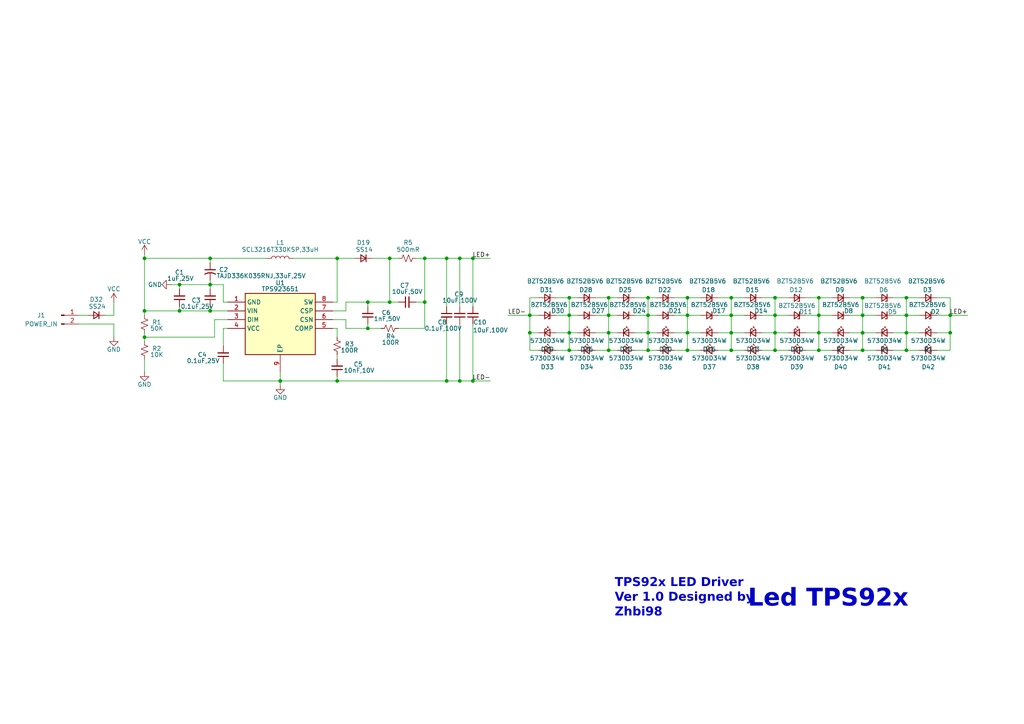
<source format=kicad_sch>
(kicad_sch (version 20250114) (generator "eeschema") (generator_version "9.0")
  (paper "A4")
  (lib_symbols
    (symbol "3rd_Driver_LED:TPS923651"
      (property "Reference" "U" (at -4.826 11.176 0))
      (property "Value" "TPS923651" (at -0.254 9.398 0))
      (symbol "TPS923651_1_1"
        (rectangle (start -10.16 7.62) (end 10.16 -10.16) (stroke (width 0.254)) (fill (type background)))
        (pin power_in line (at -15.24 5.08 0) (length 5.08) (name "GND") (number "1"))
        (pin power_in line (at -15.24 2.54 0) (length 5.08) (name "VIN") (number "2"))
        (pin passive line (at -15.24 0 0) (length 5.08) (name "DIM") (number "3"))
        (pin power_out line (at -15.24 -2.54 0) (length 5.08) (name "VCC") (number "4"))
        (pin passive line (at 0 -15.24 90) (length 5.08) (name "EP") (number "9"))
        (pin passive line (at 15.24 5.08 180) (length 5.08) (name "SW") (number "8"))
        (pin passive line (at 15.24 2.54 180) (length 5.08) (name "CSP") (number "7"))
        (pin passive line (at 15.24 0 180) (length 5.08) (name "CSN") (number "6"))
        (pin passive line (at 15.24 -2.54 180) (length 5.08) (name "COMP") (number "5"))
      )
    )
    (symbol "Connector:Conn_01x02_Pin" (pin_names (offset 1.016) (hide yes))
      (property "Reference" "J" (at 0 2.54 0))
      (property "Value" "Conn_01x02_Pin" (at 0 -5.08 0))
      (symbol "Conn_01x02_Pin_1_1"
        (rectangle (start 0.8636 0.127) (end 0 -0.127) (stroke (width 0.1524)) (fill (type outline)))
        (rectangle (start 0.8636 -2.413) (end 0 -2.667) (stroke (width 0.1524)) (fill (type outline)))
        (polyline (pts (xy 1.27 0) (xy 0.8636 0)) (stroke (width 0.1524)))
        (polyline (pts (xy 1.27 -2.54) (xy 0.8636 -2.54)) (stroke (width 0.1524)))
        (pin passive line (at 5.08 0 180) (length 3.81) (name "Pin_1") (number "1"))
        (pin passive line (at 5.08 -2.54 180) (length 3.81) (name "Pin_2") (number "2"))
      )
    )
    (symbol "Device:C_Small" (pin_numbers (hide yes)) (pin_names (offset 0.254) (hide yes))
      (property "Reference" "C" (at 0.254 1.778 0))
      (property "Value" "C_Small" (at 0.254 -2.032 0))
      (symbol "C_Small_0_1"
        (polyline (pts (xy -1.524 0.508) (xy 1.524 0.508)) (stroke (width 0.3048)))
        (polyline (pts (xy -1.524 -0.508) (xy 1.524 -0.508)) (stroke (width 0.3302)))
      )
      (symbol "C_Small_1_1"
        (pin passive line (at 0 2.54 270) (length 2.032) (name "~") (number "1"))
        (pin passive line (at 0 -2.54 90) (length 2.032) (name "~") (number "2"))
      )
    )
    (symbol "Device:C_Small_US" (pin_numbers (hide yes)) (pin_names (offset 0.254) (hide yes))
      (property "Reference" "C" (at 0.254 1.778 0))
      (property "Value" "C_Small_US" (at 0.254 -2.032 0))
      (symbol "C_Small_US_0_1"
        (polyline (pts (xy -1.524 0.508) (xy 1.524 0.508)) (stroke (width 0.3048)))
        (arc (start -1.524 -0.762) (mid 0 -0.3734) (end 1.524 -0.762) (stroke (width 0.3048)))
      )
      (symbol "C_Small_US_1_1"
        (pin passive line (at 0 2.54 270) (length 2.032) (name "~") (number "1"))
        (pin passive line (at 0 -2.54 90) (length 2.032) (name "~") (number "2"))
      )
    )
    (symbol "Device:D_Small" (pin_numbers (hide yes)) (pin_names (offset 0.254) (hide yes))
      (property "Reference" "D" (at -1.27 2.032 0))
      (property "Value" "D_Small" (at -3.81 -2.032 0))
      (symbol "D_Small_0_1"
        (polyline (pts (xy -0.762 0) (xy 0.762 0)))
        (polyline (pts (xy -0.762 -1.016) (xy -0.762 1.016)) (stroke (width 0.254)))
        (polyline (pts (xy 0.762 -1.016) (xy -0.762 0) (xy 0.762 1.016) (xy 0.762 -1.016)) (stroke (width 0.254)))
      )
      (symbol "D_Small_1_1"
        (pin passive line (at -2.54 0 0) (length 1.778) (name "K") (number "1"))
        (pin passive line (at 2.54 0 180) (length 1.778) (name "A") (number "2"))
      )
    )
    (symbol "Device:D_Zener_Small" (pin_numbers (hide yes)) (pin_names (offset 0.254) (hide yes))
      (property "Reference" "D" (at 0 2.286 0))
      (property "Value" "D_Zener_Small" (at 0 -2.286 0))
      (symbol "D_Zener_Small_0_1"
        (polyline (pts (xy -0.254 1.016) (xy -0.762 1.016) (xy -0.762 -1.016)) (stroke (width 0.254)))
        (polyline (pts (xy 0.762 1.016) (xy -0.762 0) (xy 0.762 -1.016) (xy 0.762 1.016)) (stroke (width 0.254)))
        (polyline (pts (xy 0.762 0) (xy -0.762 0)))
      )
      (symbol "D_Zener_Small_1_1"
        (pin passive line (at -2.54 0 0) (length 1.778) (name "K") (number "1"))
        (pin passive line (at 2.54 0 180) (length 1.778) (name "A") (number "2"))
      )
    )
    (symbol "Device:L" (pin_numbers (hide yes)) (pin_names (offset 1.016) (hide yes))
      (property "Reference" "L" (at -1.27 0 90))
      (property "Value" "L" (at 1.905 0 90))
      (symbol "L_0_1"
        (arc (start 0 2.54) (mid 0.6323 1.905) (end 0 1.27))
        (arc (start 0 1.27) (mid 0.6323 0.635) (end 0 0))
        (arc (start 0 0) (mid 0.6323 -0.635) (end 0 -1.27))
        (arc (start 0 -1.27) (mid 0.6323 -1.905) (end 0 -2.54))
      )
      (symbol "L_1_1"
        (pin passive line (at 0 3.81 270) (length 1.27) (name "1") (number "1"))
        (pin passive line (at 0 -3.81 90) (length 1.27) (name "2") (number "2"))
      )
    )
    (symbol "Device:LED_Small" (pin_numbers (hide yes)) (pin_names (offset 0.254) (hide yes))
      (property "Reference" "D" (at -1.27 3.175 0))
      (property "Value" "LED_Small" (at -4.445 -2.54 0))
      (symbol "LED_Small_0_1"
        (polyline (pts (xy -0.762 -1.016) (xy -0.762 1.016)) (stroke (width 0.254)))
        (polyline (pts (xy 0 0.762) (xy -0.508 1.27) (xy -0.254 1.27) (xy -0.508 1.27) (xy -0.508 1.016)))
        (polyline (pts (xy 0.508 1.27) (xy 0 1.778) (xy 0.254 1.778) (xy 0 1.778) (xy 0 1.524)))
        (polyline (pts (xy 0.762 -1.016) (xy -0.762 0) (xy 0.762 1.016) (xy 0.762 -1.016)) (stroke (width 0.254)))
        (polyline (pts (xy 1.016 0) (xy -0.762 0)))
      )
      (symbol "LED_Small_1_1"
        (pin passive line (at -2.54 0 0) (length 1.778) (name "K") (number "1"))
        (pin passive line (at 2.54 0 180) (length 1.778) (name "A") (number "2"))
      )
    )
    (symbol "Device:R_Small_US" (pin_numbers (hide yes)) (pin_names (offset 0.254) (hide yes))
      (property "Reference" "R" (at 0.762 0.508 0))
      (property "Value" "R_Small_US" (at 0.762 -1.016 0))
      (symbol "R_Small_US_1_1"
        (polyline (pts (xy 0 1.524) (xy 1.016 1.143) (xy 0 0.762) (xy -1.016 0.381) (xy 0 0)))
        (polyline (pts (xy 0 0) (xy 1.016 -0.381) (xy 0 -0.762) (xy -1.016 -1.143) (xy 0 -1.524)))
        (pin passive line (at 0 2.54 270) (length 1.016) (name "~") (number "1"))
        (pin passive line (at 0 -2.54 90) (length 1.016) (name "~") (number "2"))
      )
    )
    (symbol "power:GND" (power) (pin_numbers (hide yes)) (pin_names (offset 0) (hide yes))
      (property "Value" "GND" (at 0 -3.81 0))
      (symbol "GND_0_1"
        (polyline (pts (xy 0 0) (xy 0 -1.27) (xy 1.27 -1.27) (xy 0 -2.54) (xy -1.27 -1.27) (xy 0 -1.27)))
      )
      (symbol "GND_1_1"
        (pin power_in line (at 0 0 270) (length 0) (name "~") (number "1"))
      )
    )
    (symbol "power:VCC" (power) (pin_numbers (hide yes)) (pin_names (offset 0) (hide yes))
      (property "Value" "VCC" (at 0 3.556 0))
      (symbol "VCC_0_1"
        (polyline (pts (xy -0.762 1.27) (xy 0 2.54)))
        (polyline (pts (xy 0 2.54) (xy 0.762 1.27)))
        (polyline (pts (xy 0 0) (xy 0 2.54)))
      )
      (symbol "VCC_1_1"
        (pin power_in line (at 0 0 90) (length 0) (name "~") (number "1"))
      )
    )
  )
  (text "TPS92x LED Driver\nVer 1.0 Designed by\nZhbi98" (at 178.308 179.832 0) (effects (font (size 2.54 2.54) (bold yes) (italic yes)) (justify left bottom)))
  (text "Led TPS92x" (at 216.916 178.054 0) (effects (font (size 5.08 5.08) (thickness 0.508) (bold yes) (italic yes)) (justify left bottom)))
  (junction (at 113.03 87.63))
  (junction (at 60.96 82.55))
  (junction (at 199.39 86.36))
  (junction (at 97.79 74.93))
  (junction (at 262.89 96.52))
  (junction (at 250.19 86.36))
  (junction (at 187.96 96.52))
  (junction (at 262.89 101.6))
  (junction (at 41.91 97.79))
  (junction (at 212.09 101.6))
  (junction (at 137.16 74.93))
  (junction (at 212.09 91.44))
  (junction (at 237.49 96.52))
  (junction (at 176.53 91.44))
  (junction (at 224.79 96.52))
  (junction (at 199.39 96.52))
  (junction (at 52.07 82.55))
  (junction (at 187.96 101.6))
  (junction (at 106.68 95.25))
  (junction (at 237.49 101.6))
  (junction (at 176.53 96.52))
  (junction (at 153.67 96.52))
  (junction (at 224.79 86.36))
  (junction (at 176.53 86.36))
  (junction (at 237.49 91.44))
  (junction (at 165.1 96.52))
  (junction (at 187.96 91.44))
  (junction (at 176.53 101.6))
  (junction (at 165.1 91.44))
  (junction (at 250.19 96.52))
  (junction (at 41.91 74.93))
  (junction (at 129.54 74.93))
  (junction (at 165.1 101.6))
  (junction (at 153.67 91.44))
  (junction (at 199.39 91.44))
  (junction (at 237.49 86.36))
  (junction (at 60.96 74.93))
  (junction (at 275.59 91.44))
  (junction (at 52.07 90.17))
  (junction (at 60.96 90.17))
  (junction (at 224.79 101.6))
  (junction (at 262.89 86.36))
  (junction (at 224.79 91.44))
  (junction (at 187.96 86.36))
  (junction (at 97.79 110.49))
  (junction (at 113.03 74.93))
  (junction (at 212.09 96.52))
  (junction (at 123.19 87.63))
  (junction (at 199.39 101.6))
  (junction (at 262.89 91.44))
  (junction (at 212.09 86.36))
  (junction (at 133.35 74.93))
  (junction (at 129.54 110.49))
  (junction (at 275.59 96.52))
  (junction (at 41.91 90.17))
  (junction (at 250.19 91.44))
  (junction (at 165.1 86.36))
  (junction (at 133.35 110.49))
  (junction (at 250.19 101.6))
  (junction (at 81.28 110.49))
  (junction (at 123.19 74.93))
  (junction (at 137.16 110.49))
  (junction (at 106.68 87.63))
  (wire (pts (xy 241.3 86.36) (xy 237.49 86.36)))
  (wire (pts (xy 165.1 101.6) (xy 161.29 101.6)))
  (wire (pts (xy 215.9 101.6) (xy 212.09 101.6)))
  (wire (pts (xy 41.91 97.79) (xy 41.91 99.06)))
  (wire (pts (xy 60.96 90.17) (xy 52.07 90.17)))
  (wire (pts (xy 60.96 74.93) (xy 77.47 74.93)))
  (wire (pts (xy 106.68 95.25) (xy 110.49 95.25)))
  (wire (pts (xy 97.79 74.93) (xy 85.09 74.93)))
  (wire (pts (xy 165.1 91.44) (xy 165.1 86.36)))
  (wire (pts (xy 133.35 110.49) (xy 137.16 110.49)))
  (wire (pts (xy 33.02 91.44) (xy 33.02 87.63)))
  (wire (pts (xy 212.09 96.52) (xy 212.09 91.44)))
  (wire (pts (xy 262.89 86.36) (xy 259.08 86.36)))
  (wire (pts (xy 254 96.52) (xy 250.19 96.52)))
  (wire (pts (xy 190.5 101.6) (xy 187.96 101.6)))
  (wire (pts (xy 199.39 101.6) (xy 195.58 101.6)))
  (wire (pts (xy 187.96 86.36) (xy 184.15 86.36)))
  (wire (pts (xy 153.67 91.44) (xy 147.32 91.44)))
  (wire (pts (xy 187.96 96.52) (xy 184.15 96.52)))
  (wire (pts (xy 97.79 110.49) (xy 129.54 110.49)))
  (wire (pts (xy 129.54 110.49) (xy 133.35 110.49)))
  (wire (pts (xy 49.53 82.55) (xy 52.07 82.55)))
  (wire (pts (xy 224.79 96.52) (xy 220.98 96.52)))
  (wire (pts (xy 199.39 101.6) (xy 199.39 96.52)))
  (wire (pts (xy 96.52 87.63) (xy 97.79 87.63)))
  (wire (pts (xy 41.91 74.93) (xy 60.96 74.93)))
  (wire (pts (xy 137.16 74.93) (xy 137.16 88.9)))
  (wire (pts (xy 64.77 95.25) (xy 66.04 95.25)))
  (wire (pts (xy 262.89 96.52) (xy 262.89 91.44)))
  (wire (pts (xy 41.91 90.17) (xy 52.07 90.17)))
  (wire (pts (xy 137.16 93.98) (xy 137.16 110.49)))
  (wire (pts (xy 203.2 86.36) (xy 199.39 86.36)))
  (wire (pts (xy 203.2 101.6) (xy 199.39 101.6)))
  (wire (pts (xy 212.09 86.36) (xy 208.28 86.36)))
  (wire (pts (xy 241.3 101.6) (xy 237.49 101.6)))
  (wire (pts (xy 250.19 91.44) (xy 250.19 86.36)))
  (wire (pts (xy 120.65 74.93) (xy 123.19 74.93)))
  (wire (pts (xy 275.59 96.52) (xy 275.59 91.44)))
  (wire (pts (xy 123.19 87.63) (xy 123.19 95.25)))
  (wire (pts (xy 33.02 93.98) (xy 33.02 97.79)))
  (wire (pts (xy 60.96 82.55) (xy 60.96 83.82)))
  (wire (pts (xy 254 101.6) (xy 250.19 101.6)))
  (wire (pts (xy 262.89 91.44) (xy 262.89 86.36)))
  (wire (pts (xy 190.5 86.36) (xy 187.96 86.36)))
  (wire (pts (xy 199.39 86.36) (xy 195.58 86.36)))
  (wire (pts (xy 275.59 96.52) (xy 271.78 96.52)))
  (wire (pts (xy 97.79 74.93) (xy 97.79 87.63)))
  (wire (pts (xy 212.09 101.6) (xy 208.28 101.6)))
  (wire (pts (xy 212.09 91.44) (xy 212.09 86.36)))
  (wire (pts (xy 237.49 96.52) (xy 233.68 96.52)))
  (wire (pts (xy 165.1 96.52) (xy 161.29 96.52)))
  (wire (pts (xy 254 86.36) (xy 250.19 86.36)))
  (wire (pts (xy 153.67 96.52) (xy 153.67 101.6)))
  (wire (pts (xy 224.79 91.44) (xy 224.79 86.36)))
  (wire (pts (xy 228.6 86.36) (xy 224.79 86.36)))
  (wire (pts (xy 187.96 96.52) (xy 187.96 91.44)))
  (wire (pts (xy 129.54 74.93) (xy 133.35 74.93)))
  (wire (pts (xy 266.7 101.6) (xy 262.89 101.6)))
  (wire (pts (xy 275.59 91.44) (xy 275.59 86.36)))
  (wire (pts (xy 64.77 100.33) (xy 64.77 95.25)))
  (wire (pts (xy 81.28 110.49) (xy 81.28 111.76)))
  (wire (pts (xy 187.96 101.6) (xy 187.96 96.52)))
  (wire (pts (xy 212.09 91.44) (xy 208.28 91.44)))
  (wire (pts (xy 106.68 93.98) (xy 106.68 95.25)))
  (wire (pts (xy 81.28 107.95) (xy 81.28 110.49)))
  (wire (pts (xy 176.53 96.52) (xy 172.72 96.52)))
  (wire (pts (xy 237.49 101.6) (xy 233.68 101.6)))
  (wire (pts (xy 165.1 96.52) (xy 165.1 91.44)))
  (wire (pts (xy 115.57 95.25) (xy 123.19 95.25)))
  (wire (pts (xy 165.1 91.44) (xy 161.29 91.44)))
  (wire (pts (xy 153.67 91.44) (xy 156.21 91.44)))
  (wire (pts (xy 212.09 96.52) (xy 208.28 96.52)))
  (wire (pts (xy 96.52 95.25) (xy 97.79 95.25)))
  (wire (pts (xy 250.19 96.52) (xy 250.19 91.44)))
  (wire (pts (xy 176.53 91.44) (xy 176.53 86.36)))
  (wire (pts (xy 41.91 73.66) (xy 41.91 74.93)))
  (wire (pts (xy 203.2 96.52) (xy 199.39 96.52)))
  (wire (pts (xy 190.5 91.44) (xy 187.96 91.44)))
  (wire (pts (xy 167.64 96.52) (xy 165.1 96.52)))
  (wire (pts (xy 129.54 74.93) (xy 129.54 88.9)))
  (wire (pts (xy 176.53 101.6) (xy 176.53 96.52)))
  (wire (pts (xy 179.07 86.36) (xy 176.53 86.36)))
  (wire (pts (xy 241.3 96.52) (xy 237.49 96.52)))
  (wire (pts (xy 153.67 86.36) (xy 156.21 86.36)))
  (wire (pts (xy 262.89 101.6) (xy 259.08 101.6)))
  (wire (pts (xy 62.23 97.79) (xy 41.91 97.79)))
  (wire (pts (xy 52.07 82.55) (xy 60.96 82.55)))
  (wire (pts (xy 97.79 74.93) (xy 102.87 74.93)))
  (wire (pts (xy 262.89 91.44) (xy 259.08 91.44)))
  (wire (pts (xy 199.39 96.52) (xy 199.39 91.44)))
  (wire (pts (xy 199.39 91.44) (xy 199.39 86.36)))
  (wire (pts (xy 179.07 91.44) (xy 176.53 91.44)))
  (wire (pts (xy 64.77 110.49) (xy 81.28 110.49)))
  (wire (pts (xy 266.7 96.52) (xy 262.89 96.52)))
  (wire (pts (xy 176.53 101.6) (xy 172.72 101.6)))
  (wire (pts (xy 165.1 101.6) (xy 165.1 96.52)))
  (wire (pts (xy 176.53 96.52) (xy 176.53 91.44)))
  (wire (pts (xy 129.54 93.98) (xy 129.54 110.49)))
  (wire (pts (xy 250.19 96.52) (xy 246.38 96.52)))
  (wire (pts (xy 179.07 96.52) (xy 176.53 96.52)))
  (wire (pts (xy 41.91 96.52) (xy 41.91 97.79)))
  (wire (pts (xy 41.91 107.95) (xy 41.91 104.14)))
  (wire (pts (xy 237.49 91.44) (xy 237.49 86.36)))
  (wire (pts (xy 123.19 74.93) (xy 129.54 74.93)))
  (wire (pts (xy 176.53 91.44) (xy 172.72 91.44)))
  (wire (pts (xy 215.9 91.44) (xy 212.09 91.44)))
  (wire (pts (xy 215.9 96.52) (xy 212.09 96.52)))
  (wire (pts (xy 203.2 91.44) (xy 199.39 91.44)))
  (wire (pts (xy 199.39 91.44) (xy 195.58 91.44)))
  (wire (pts (xy 241.3 91.44) (xy 237.49 91.44)))
  (wire (pts (xy 224.79 86.36) (xy 220.98 86.36)))
  (wire (pts (xy 113.03 74.93) (xy 113.03 87.63)))
  (wire (pts (xy 133.35 74.93) (xy 137.16 74.93)))
  (wire (pts (xy 215.9 86.36) (xy 212.09 86.36)))
  (wire (pts (xy 228.6 91.44) (xy 224.79 91.44)))
  (wire (pts (xy 262.89 101.6) (xy 262.89 96.52)))
  (wire (pts (xy 250.19 86.36) (xy 246.38 86.36)))
  (wire (pts (xy 275.59 101.6) (xy 275.59 96.52)))
  (wire (pts (xy 250.19 91.44) (xy 246.38 91.44)))
  (wire (pts (xy 96.52 92.71) (xy 100.33 92.71)))
  (wire (pts (xy 187.96 91.44) (xy 184.15 91.44)))
  (wire (pts (xy 64.77 110.49) (xy 64.77 105.41)))
  (wire (pts (xy 60.96 74.93) (xy 60.96 76.2)))
  (wire (pts (xy 62.23 92.71) (xy 62.23 97.79)))
  (wire (pts (xy 262.89 96.52) (xy 259.08 96.52)))
  (wire (pts (xy 156.21 101.6) (xy 153.67 101.6)))
  (wire (pts (xy 100.33 92.71) (xy 100.33 95.25)))
  (wire (pts (xy 60.96 82.55) (xy 64.77 82.55)))
  (wire (pts (xy 199.39 96.52) (xy 195.58 96.52)))
  (wire (pts (xy 97.79 110.49) (xy 97.79 109.22)))
  (wire (pts (xy 228.6 96.52) (xy 224.79 96.52)))
  (wire (pts (xy 97.79 95.25) (xy 97.79 97.79)))
  (wire (pts (xy 137.16 110.49) (xy 142.24 110.49)))
  (wire (pts (xy 133.35 74.93) (xy 133.35 88.9)))
  (wire (pts (xy 106.68 87.63) (xy 113.03 87.63)))
  (wire (pts (xy 60.96 88.9) (xy 60.96 90.17)))
  (wire (pts (xy 52.07 82.55) (xy 52.07 83.82)))
  (wire (pts (xy 52.07 88.9) (xy 52.07 90.17)))
  (wire (pts (xy 41.91 90.17) (xy 41.91 74.93)))
  (wire (pts (xy 100.33 87.63) (xy 106.68 87.63)))
  (wire (pts (xy 137.16 74.93) (xy 142.24 74.93)))
  (wire (pts (xy 250.19 101.6) (xy 246.38 101.6)))
  (wire (pts (xy 224.79 101.6) (xy 224.79 96.52)))
  (wire (pts (xy 64.77 87.63) (xy 66.04 87.63)))
  (wire (pts (xy 22.86 93.98) (xy 33.02 93.98)))
  (wire (pts (xy 275.59 86.36) (xy 271.78 86.36)))
  (wire (pts (xy 30.48 91.44) (xy 33.02 91.44)))
  (wire (pts (xy 212.09 101.6) (xy 212.09 96.52)))
  (wire (pts (xy 133.35 93.98) (xy 133.35 110.49)))
  (wire (pts (xy 97.79 102.87) (xy 97.79 104.14)))
  (wire (pts (xy 237.49 86.36) (xy 233.68 86.36)))
  (wire (pts (xy 224.79 91.44) (xy 220.98 91.44)))
  (wire (pts (xy 250.19 101.6) (xy 250.19 96.52)))
  (wire (pts (xy 228.6 101.6) (xy 224.79 101.6)))
  (wire (pts (xy 60.96 81.28) (xy 60.96 82.55)))
  (wire (pts (xy 153.67 91.44) (xy 153.67 96.52)))
  (wire (pts (xy 237.49 96.52) (xy 237.49 91.44)))
  (wire (pts (xy 190.5 96.52) (xy 187.96 96.52)))
  (wire (pts (xy 123.19 74.93) (xy 123.19 87.63)))
  (wire (pts (xy 64.77 82.55) (xy 64.77 87.63)))
  (wire (pts (xy 153.67 91.44) (xy 153.67 86.36)))
  (wire (pts (xy 41.91 90.17) (xy 41.91 91.44)))
  (wire (pts (xy 266.7 91.44) (xy 262.89 91.44)))
  (wire (pts (xy 275.59 101.6) (xy 271.78 101.6)))
  (wire (pts (xy 280.67 91.44) (xy 275.59 91.44)))
  (wire (pts (xy 254 91.44) (xy 250.19 91.44)))
  (wire (pts (xy 187.96 101.6) (xy 184.15 101.6)))
  (wire (pts (xy 96.52 90.17) (xy 100.33 90.17)))
  (wire (pts (xy 156.21 96.52) (xy 153.67 96.52)))
  (wire (pts (xy 100.33 95.25) (xy 106.68 95.25)))
  (wire (pts (xy 113.03 87.63) (xy 115.57 87.63)))
  (wire (pts (xy 266.7 86.36) (xy 262.89 86.36)))
  (wire (pts (xy 107.95 74.93) (xy 113.03 74.93)))
  (wire (pts (xy 113.03 74.93) (xy 115.57 74.93)))
  (wire (pts (xy 167.64 91.44) (xy 165.1 91.44)))
  (wire (pts (xy 62.23 92.71) (xy 66.04 92.71)))
  (wire (pts (xy 100.33 90.17) (xy 100.33 87.63)))
  (wire (pts (xy 167.64 101.6) (xy 165.1 101.6)))
  (wire (pts (xy 224.79 96.52) (xy 224.79 91.44)))
  (wire (pts (xy 106.68 87.63) (xy 106.68 88.9)))
  (wire (pts (xy 187.96 91.44) (xy 187.96 86.36)))
  (wire (pts (xy 176.53 86.36) (xy 172.72 86.36)))
  (wire (pts (xy 165.1 86.36) (xy 161.29 86.36)))
  (wire (pts (xy 275.59 91.44) (xy 271.78 91.44)))
  (wire (pts (xy 237.49 91.44) (xy 233.68 91.44)))
  (wire (pts (xy 66.04 90.17) (xy 60.96 90.17)))
  (wire (pts (xy 22.86 91.44) (xy 25.4 91.44)))
  (wire (pts (xy 167.64 86.36) (xy 165.1 86.36)))
  (wire (pts (xy 237.49 101.6) (xy 237.49 96.52)))
  (wire (pts (xy 81.28 110.49) (xy 97.79 110.49)))
  (wire (pts (xy 224.79 101.6) (xy 220.98 101.6)))
  (wire (pts (xy 120.65 87.63) (xy 123.19 87.63)))
  (wire (pts (xy 179.07 101.6) (xy 176.53 101.6)))
  (label "LED+" (at 142.24 74.93 180))
  (label "LED-" (at 147.32 91.44 0))
  (label "LED+" (at 280.67 91.44 180))
  (label "LED-" (at 142.24 110.49 180))
  (symbol (lib_id "Device:LED_Small") (at 218.44 101.6 0) (unit 1)
    (property "Reference" "D38" (at 218.44 106.426 0))
    (property "Value" "5730D34W" (at 218.44 103.886 0))
    (property "Footprint" "3rd_LED_SMD:LED5730_2012Metric" (effects (hide yes)))
    (property "Description" "Light emitting diode, small symbol" (effects (hide yes)))
    (property "Sim.Pin" "1=K 2=A" (effects (hide yes)))
  )
  (symbol (lib_id "Device:D_Zener_Small") (at 243.84 91.44 180) (unit 1)
    (property "Reference" "D8" (at 246.126 90.17 0))
    (property "Value" "BZT52B5V6" (at 243.84 88.392 0))
    (property "Footprint" "Diode_SMD:D_SOD-123" (effects (hide yes)))
    (property "Description" "Zener diode, small symbol" (effects (hide yes)))
  )
  (symbol (lib_id "Device:LED_Small") (at 256.54 96.52 0) (unit 1)
    (property "Reference" "D4" (at 256.54 101.346 0))
    (property "Value" "5730D34W" (at 256.54 98.806 0))
    (property "Footprint" "3rd_LED_SMD:LED5730_2012Metric" (effects (hide yes)))
    (property "Description" "Light emitting diode, small symbol" (effects (hide yes)))
    (property "Sim.Pin" "1=K 2=A" (effects (hide yes)))
  )
  (symbol (lib_id "power:GND") (at 81.28 111.76 0) (unit 1)
    (property "Reference" "#PWR06" (effects (hide yes)))
    (property "Value" "GND" (at 81.28 115.316 0))
    (property "Description" "Power symbol creates a global label with name \"GND\" , ground" (effects (hide yes)))
  )
  (symbol (lib_id "Device:D_Zener_Small") (at 218.44 91.44 180) (unit 1)
    (property "Reference" "D14" (at 220.726 90.17 0))
    (property "Value" "BZT52B5V6" (at 218.186 88.392 0))
    (property "Footprint" "Diode_SMD:D_SOD-123" (effects (hide yes)))
    (property "Description" "Zener diode, small symbol" (effects (hide yes)))
  )
  (symbol (lib_id "Device:LED_Small") (at 170.18 101.6 0) (unit 1)
    (property "Reference" "D34" (at 170.18 106.426 0))
    (property "Value" "5730D34W" (at 170.18 103.886 0))
    (property "Footprint" "3rd_LED_SMD:LED5730_2012Metric" (effects (hide yes)))
    (property "Description" "Light emitting diode, small symbol" (effects (hide yes)))
    (property "Sim.Pin" "1=K 2=A" (effects (hide yes)))
  )
  (symbol (lib_id "power:VCC") (at 41.91 73.66 0) (unit 1)
    (property "Reference" "#PWR03" (effects (hide yes)))
    (property "Value" "VCC" (at 41.91 70.104 0))
    (property "Description" "Power symbol creates a global label with name \"VCC\"" (effects (hide yes)))
  )
  (symbol (lib_id "Device:D_Zener_Small") (at 243.84 86.36 180) (unit 1)
    (property "Reference" "D9" (at 243.586 84.074 0))
    (property "Value" "BZT52B5V6" (at 243.332 81.534 0))
    (property "Footprint" "Diode_SMD:D_SOD-123" (effects (hide yes)))
    (property "Description" "Zener diode, small symbol" (effects (hide yes)))
  )
  (symbol (lib_id "Device:D_Zener_Small") (at 205.74 91.44 180) (unit 1)
    (property "Reference" "D17" (at 208.534 90.17 0))
    (property "Value" "BZT52B5V6" (at 205.74 88.392 0))
    (property "Footprint" "Diode_SMD:D_SOD-123" (effects (hide yes)))
    (property "Description" "Zener diode, small symbol" (effects (hide yes)))
  )
  (symbol (lib_id "power:GND") (at 41.91 107.95 0) (unit 1)
    (property "Reference" "#PWR04" (effects (hide yes)))
    (property "Value" "GND" (at 41.91 111.506 0))
    (property "Description" "Power symbol creates a global label with name \"GND\" , ground" (effects (hide yes)))
  )
  (symbol (lib_id "Device:D_Zener_Small") (at 193.04 86.36 180) (unit 1)
    (property "Reference" "D22" (at 192.786 84.074 0))
    (property "Value" "BZT52B5V6" (at 192.532 81.534 0))
    (property "Footprint" "Diode_SMD:D_SOD-123" (effects (hide yes)))
    (property "Description" "Zener diode, small symbol" (effects (hide yes)))
  )
  (symbol (lib_id "power:VCC") (at 33.02 87.63 0) (unit 1)
    (property "Reference" "#PWR01" (effects (hide yes)))
    (property "Value" "VCC" (at 33.02 83.82 0))
    (property "Description" "Power symbol creates a global label with name \"VCC\"" (effects (hide yes)))
  )
  (symbol (lib_id "Device:R_Small_US") (at 118.11 74.93 90) (unit 1)
    (property "Reference" "R5" (at 118.364 70.358 90))
    (property "Value" "500mR" (at 118.364 72.39 90))
    (property "Footprint" "Resistor_SMD:R_0805_2012Metric" (effects (hide yes)))
    (property "Description" "Resistor, small US symbol" (effects (hide yes)))
  )
  (symbol (lib_id "Device:D_Zener_Small") (at 269.24 86.36 180) (unit 1)
    (property "Reference" "D3" (at 268.986 84.074 0))
    (property "Value" "BZT52B5V6" (at 268.732 81.534 0))
    (property "Footprint" "Diode_SMD:D_SOD-123" (effects (hide yes)))
    (property "Description" "Zener diode, small symbol" (effects (hide yes)))
  )
  (symbol (lib_id "Device:D_Zener_Small") (at 158.75 86.36 180) (unit 1)
    (property "Reference" "D31" (at 158.496 84.074 0))
    (property "Value" "BZT52B5V6" (at 158.242 81.534 0))
    (property "Footprint" "Diode_SMD:D_SOD-123" (effects (hide yes)))
    (property "Description" "Zener diode, small symbol" (effects (hide yes)))
  )
  (symbol (lib_id "power:GND") (at 49.53 82.55 270) (unit 1)
    (property "Reference" "#PWR05" (effects (hide yes)))
    (property "Value" "GND" (at 44.958 82.55 90))
    (property "Description" "Power symbol creates a global label with name \"GND\" , ground" (effects (hide yes)))
  )
  (symbol (lib_id "Device:LED_Small") (at 158.75 96.52 0) (unit 1)
    (property "Reference" "D29" (at 158.75 101.346 0))
    (property "Value" "5730D34W" (at 158.75 98.806 0))
    (property "Footprint" "3rd_LED_SMD:LED5730_2012Metric" (effects (hide yes)))
    (property "Description" "Light emitting diode, small symbol" (effects (hide yes)))
    (property "Sim.Pin" "1=K 2=A" (effects (hide yes)))
  )
  (symbol (lib_id "Device:D_Small") (at 105.41 74.93 180) (unit 1)
    (property "Reference" "D19" (at 105.41 70.358 0))
    (property "Value" "SS14" (at 105.664 72.39 0))
    (property "Footprint" "Diode_SMD:D_SMA" (effects (hide yes)))
    (property "Description" "Diode, small symbol" (effects (hide yes)))
    (property "Sim.Device" "D" (effects (hide yes)))
    (property "Sim.Pins" "1=K 2=A" (effects (hide yes)))
  )
  (symbol (lib_id "3rd_Driver_LED:TPS923651") (at 81.28 92.71 0) (unit 1)
    (property "Reference" "U1" (at 81.28 82.042 0))
    (property "Value" "TPS923651" (at 81.28 83.82 0))
    (property "Footprint" "3rd_Package_WSON:WSON-8_L2.0-W2.0-P0.5_TPS923651" (effects (hide yes)))
    (property "Datasheet" "https://www.ti.com/lit/ds/symlink/tps923650.pdf" (effects (hide yes)))
    (property "Description" "TPS92365x family is a 1A / 2A non-synchronous Buck LED driver with 4.5V to 65V wide input range." (effects (hide yes)))
  )
  (symbol (lib_id "Device:D_Zener_Small") (at 256.54 86.36 180) (unit 1)
    (property "Reference" "D6" (at 256.286 84.074 0))
    (property "Value" "BZT52B5V6" (at 256.032 81.534 0))
    (property "Footprint" "Diode_SMD:D_SOD-123" (effects (hide yes)))
    (property "Description" "Zener diode, small symbol" (effects (hide yes)))
  )
  (symbol (lib_id "Device:D_Zener_Small") (at 231.14 86.36 180) (unit 1)
    (property "Reference" "D12" (at 230.886 84.074 0))
    (property "Value" "BZT52B5V6" (at 230.632 81.534 0))
    (property "Footprint" "Diode_SMD:D_SOD-123" (effects (hide yes)))
    (property "Description" "Zener diode, small symbol" (effects (hide yes)))
  )
  (symbol (lib_id "Device:D_Zener_Small") (at 231.14 91.44 180) (unit 1)
    (property "Reference" "D11" (at 233.68 90.424 0))
    (property "Value" "BZT52B5V6" (at 231.14 88.646 0))
    (property "Footprint" "Diode_SMD:D_SOD-123" (effects (hide yes)))
    (property "Description" "Zener diode, small symbol" (effects (hide yes)))
  )
  (symbol (lib_id "Device:D_Zener_Small") (at 269.24 91.44 180) (unit 1)
    (property "Reference" "D2" (at 271.272 90.424 0))
    (property "Value" "BZT52B5V6" (at 268.986 88.392 0))
    (property "Footprint" "Diode_SMD:D_SOD-123" (effects (hide yes)))
    (property "Description" "Zener diode, small symbol" (effects (hide yes)))
  )
  (symbol (lib_id "Device:LED_Small") (at 170.18 96.52 0) (unit 1)
    (property "Reference" "D26" (at 170.18 101.346 0))
    (property "Value" "5730D34W" (at 170.18 98.806 0))
    (property "Footprint" "3rd_LED_SMD:LED5730_2012Metric" (effects (hide yes)))
    (property "Description" "Light emitting diode, small symbol" (effects (hide yes)))
    (property "Sim.Pin" "1=K 2=A" (effects (hide yes)))
  )
  (symbol (lib_id "Device:D_Small") (at 27.94 91.44 180) (unit 1)
    (property "Reference" "D32" (at 27.94 86.868 0))
    (property "Value" "SS24" (at 28.194 88.9 0))
    (property "Footprint" "Diode_SMD:D_SMA" (effects (hide yes)))
    (property "Description" "Diode, small symbol" (effects (hide yes)))
    (property "Sim.Device" "D" (effects (hide yes)))
    (property "Sim.Pins" "1=K 2=A" (effects (hide yes)))
  )
  (symbol (lib_id "Device:LED_Small") (at 231.14 101.6 0) (unit 1)
    (property "Reference" "D39" (at 231.14 106.426 0))
    (property "Value" "5730D34W" (at 231.14 103.886 0))
    (property "Footprint" "3rd_LED_SMD:LED5730_2012Metric" (effects (hide yes)))
    (property "Description" "Light emitting diode, small symbol" (effects (hide yes)))
    (property "Sim.Pin" "1=K 2=A" (effects (hide yes)))
  )
  (symbol (lib_id "Device:C_Small") (at 60.96 86.36 180) (unit 1)
    (property "Reference" "C3" (at 56.896 87.122 0))
    (property "Value" "0.1uF,25V" (at 57.15 88.9 0))
    (property "Footprint" "Capacitor_SMD:C_0805_2012Metric" (effects (hide yes)))
    (property "Description" "Unpolarized capacitor, small symbol" (effects (hide yes)))
  )
  (symbol (lib_id "Device:LED_Small") (at 193.04 96.52 0) (unit 1)
    (property "Reference" "D20" (at 193.04 101.346 0))
    (property "Value" "5730D34W" (at 193.04 98.806 0))
    (property "Footprint" "3rd_LED_SMD:LED5730_2012Metric" (effects (hide yes)))
    (property "Description" "Light emitting diode, small symbol" (effects (hide yes)))
    (property "Sim.Pin" "1=K 2=A" (effects (hide yes)))
  )
  (symbol (lib_id "Device:R_Small_US") (at 97.79 100.33 180) (unit 1)
    (property "Reference" "R3" (at 101.346 99.822 0))
    (property "Value" "100R" (at 101.346 101.6 0))
    (property "Footprint" "Resistor_SMD:R_0805_2012Metric" (effects (hide yes)))
    (property "Description" "Resistor, small US symbol" (effects (hide yes)))
  )
  (symbol (lib_id "power:GND") (at 33.02 97.79 0) (unit 1)
    (property "Reference" "#PWR02" (effects (hide yes)))
    (property "Value" "GND" (at 33.02 101.346 0))
    (property "Description" "Power symbol creates a global label with name \"GND\" , ground" (effects (hide yes)))
  )
  (symbol (lib_id "Device:LED_Small") (at 231.14 96.52 0) (unit 1)
    (property "Reference" "D10" (at 231.14 101.346 0))
    (property "Value" "5730D34W" (at 231.14 98.806 0))
    (property "Footprint" "3rd_LED_SMD:LED5730_2012Metric" (effects (hide yes)))
    (property "Description" "Light emitting diode, small symbol" (effects (hide yes)))
    (property "Sim.Pin" "1=K 2=A" (effects (hide yes)))
  )
  (symbol (lib_id "Device:D_Zener_Small") (at 205.74 86.36 180) (unit 1)
    (property "Reference" "D18" (at 205.486 84.074 0))
    (property "Value" "BZT52B5V6" (at 205.232 81.534 0))
    (property "Footprint" "Diode_SMD:D_SOD-123" (effects (hide yes)))
    (property "Description" "Zener diode, small symbol" (effects (hide yes)))
  )
  (symbol (lib_id "Device:D_Zener_Small") (at 158.75 91.44 180) (unit 1)
    (property "Reference" "D30" (at 161.798 90.17 0))
    (property "Value" "BZT52B5V6" (at 159.258 88.392 0))
    (property "Footprint" "Diode_SMD:D_SOD-123" (effects (hide yes)))
    (property "Description" "Zener diode, small symbol" (effects (hide yes)))
  )
  (symbol (lib_id "Device:LED_Small") (at 269.24 96.52 0) (unit 1)
    (property "Reference" "D1" (at 269.24 101.346 0))
    (property "Value" "5730D34W" (at 269.24 98.806 0))
    (property "Footprint" "3rd_LED_SMD:LED5730_2012Metric" (effects (hide yes)))
    (property "Description" "Light emitting diode, small symbol" (effects (hide yes)))
    (property "Sim.Pin" "1=K 2=A" (effects (hide yes)))
  )
  (symbol (lib_id "Device:D_Zener_Small") (at 218.44 86.36 180) (unit 1)
    (property "Reference" "D15" (at 218.186 84.074 0))
    (property "Value" "BZT52B5V6" (at 217.932 81.534 0))
    (property "Footprint" "Diode_SMD:D_SOD-123" (effects (hide yes)))
    (property "Description" "Zener diode, small symbol" (effects (hide yes)))
  )
  (symbol (lib_id "Device:D_Zener_Small") (at 170.18 86.36 180) (unit 1)
    (property "Reference" "D28" (at 169.926 84.074 0))
    (property "Value" "BZT52B5V6" (at 169.672 81.534 0))
    (property "Footprint" "Diode_SMD:D_SOD-123" (effects (hide yes)))
    (property "Description" "Zener diode, small symbol" (effects (hide yes)))
  )
  (symbol (lib_id "Device:LED_Small") (at 205.74 96.52 0) (unit 1)
    (property "Reference" "D16" (at 205.74 101.346 0))
    (property "Value" "5730D34W" (at 205.74 98.806 0))
    (property "Footprint" "3rd_LED_SMD:LED5730_2012Metric" (effects (hide yes)))
    (property "Description" "Light emitting diode, small symbol" (effects (hide yes)))
    (property "Sim.Pin" "1=K 2=A" (effects (hide yes)))
  )
  (symbol (lib_id "Device:C_Small") (at 118.11 87.63 90) (unit 1)
    (property "Reference" "C7" (at 117.348 82.804 90))
    (property "Value" "10uF,50V" (at 118.11 84.582 90))
    (property "Footprint" "Capacitor_SMD:C_0805_2012Metric" (effects (hide yes)))
    (property "Description" "Unpolarized capacitor, small symbol" (effects (hide yes)))
  )
  (symbol (lib_id "Device:D_Zener_Small") (at 181.61 91.44 180) (unit 1)
    (property "Reference" "D24" (at 185.42 90.17 0))
    (property "Value" "BZT52B5V6" (at 182.118 88.392 0))
    (property "Footprint" "Diode_SMD:D_SOD-123" (effects (hide yes)))
    (property "Description" "Zener diode, small symbol" (effects (hide yes)))
  )
  (symbol (lib_id "Device:D_Zener_Small") (at 181.61 86.36 180) (unit 1)
    (property "Reference" "D25" (at 181.356 84.074 0))
    (property "Value" "BZT52B5V6" (at 181.102 81.534 0))
    (property "Footprint" "Diode_SMD:D_SOD-123" (effects (hide yes)))
    (property "Description" "Zener diode, small symbol" (effects (hide yes)))
  )
  (symbol (lib_id "Device:D_Zener_Small") (at 170.18 91.44 180) (unit 1)
    (property "Reference" "D27" (at 173.482 90.17 0))
    (property "Value" "BZT52B5V6" (at 170.942 88.392 0))
    (property "Footprint" "Diode_SMD:D_SOD-123" (effects (hide yes)))
    (property "Description" "Zener diode, small symbol" (effects (hide yes)))
  )
  (symbol (lib_id "Device:LED_Small") (at 243.84 96.52 0) (unit 1)
    (property "Reference" "D7" (at 243.84 101.346 0))
    (property "Value" "5730D34W" (at 243.84 98.806 0))
    (property "Footprint" "3rd_LED_SMD:LED5730_2012Metric" (effects (hide yes)))
    (property "Description" "Light emitting diode, small symbol" (effects (hide yes)))
    (property "Sim.Pin" "1=K 2=A" (effects (hide yes)))
  )
  (symbol (lib_id "Device:C_Small") (at 64.77 102.87 180) (unit 1)
    (property "Reference" "C4" (at 58.674 102.87 0))
    (property "Value" "0.1uF,25V" (at 58.928 104.648 0))
    (property "Footprint" "Capacitor_SMD:C_0805_2012Metric" (effects (hide yes)))
    (property "Description" "Unpolarized capacitor, small symbol" (effects (hide yes)))
  )
  (symbol (lib_id "Device:LED_Small") (at 256.54 101.6 0) (unit 1)
    (property "Reference" "D41" (at 256.54 106.426 0))
    (property "Value" "5730D34W" (at 256.54 103.886 0))
    (property "Footprint" "3rd_LED_SMD:LED5730_2012Metric" (effects (hide yes)))
    (property "Description" "Light emitting diode, small symbol" (effects (hide yes)))
    (property "Sim.Pin" "1=K 2=A" (effects (hide yes)))
  )
  (symbol (lib_id "Device:C_Small_US") (at 60.96 78.74 0) (unit 1)
    (property "Reference" "C2" (at 63.5 78.232 0) (effects (justify left)))
    (property "Value" "TAJD336K035RNJ,33uF,25V" (at 62.738 80.01 0) (effects (justify left)))
    (property "Footprint" "Capacitor_Tantalum_SMD:CP_EIA-7343-31_Kemet-D" (effects (hide yes)))
    (property "Description" "capacitor, small US symbol" (effects (hide yes)))
  )
  (symbol (lib_id "Device:LED_Small") (at 218.44 96.52 0) (unit 1)
    (property "Reference" "D13" (at 218.44 101.346 0))
    (property "Value" "5730D34W" (at 218.44 98.806 0))
    (property "Footprint" "3rd_LED_SMD:LED5730_2012Metric" (effects (hide yes)))
    (property "Description" "Light emitting diode, small symbol" (effects (hide yes)))
    (property "Sim.Pin" "1=K 2=A" (effects (hide yes)))
  )
  (symbol (lib_id "Device:LED_Small") (at 181.61 101.6 0) (unit 1)
    (property "Reference" "D35" (at 181.61 106.426 0))
    (property "Value" "5730D34W" (at 181.61 103.886 0))
    (property "Footprint" "3rd_LED_SMD:LED5730_2012Metric" (effects (hide yes)))
    (property "Description" "Light emitting diode, small symbol" (effects (hide yes)))
    (property "Sim.Pin" "1=K 2=A" (effects (hide yes)))
  )
  (symbol (lib_id "Device:R_Small_US") (at 41.91 101.6 180) (unit 1)
    (property "Reference" "R2" (at 45.466 101.092 0))
    (property "Value" "10K" (at 45.466 102.87 0))
    (property "Footprint" "Resistor_SMD:R_0805_2012Metric" (effects (hide yes)))
    (property "Description" "Resistor, small US symbol" (effects (hide yes)))
  )
  (symbol (lib_id "Device:L") (at 81.28 74.93 90) (unit 1)
    (property "Reference" "L1" (at 81.28 70.358 90))
    (property "Value" "SCL3216T330KSP,33uH" (at 81.28 72.39 90))
    (property "Footprint" "Inductor_SMD:L_Taiyo-Yuden_MD-3030" (effects (hide yes)))
    (property "Description" "Inductor" (effects (hide yes)))
  )
  (symbol (lib_id "Device:C_Small") (at 52.07 86.36 180) (unit 1)
    (property "Reference" "C1" (at 52.07 78.994 0))
    (property "Value" "1uF,25V" (at 52.324 80.772 0))
    (property "Footprint" "Capacitor_SMD:C_0805_2012Metric" (effects (hide yes)))
    (property "Description" "Unpolarized capacitor, small symbol" (effects (hide yes)))
  )
  (symbol (lib_id "Device:C_Small") (at 133.35 91.44 180) (unit 1)
    (property "Reference" "C9" (at 133.096 85.344 0))
    (property "Value" "10uF,100V" (at 133.35 87.122 0))
    (property "Footprint" "Capacitor_SMD:C_0805_2012Metric" (effects (hide yes)))
    (property "Description" "Unpolarized capacitor, small symbol" (effects (hide yes)))
  )
  (symbol (lib_id "Device:R_Small_US") (at 41.91 93.98 180) (unit 1)
    (property "Reference" "R1" (at 45.466 93.472 0))
    (property "Value" "50K" (at 45.466 95.25 0))
    (property "Footprint" "Resistor_SMD:R_0805_2012Metric" (effects (hide yes)))
    (property "Description" "Resistor, small US symbol" (effects (hide yes)))
  )
  (symbol (lib_id "Device:D_Zener_Small") (at 193.04 91.44 180) (unit 1)
    (property "Reference" "D21" (at 195.834 90.17 0))
    (property "Value" "BZT52B5V6" (at 193.802 88.392 0))
    (property "Footprint" "Diode_SMD:D_SOD-123" (effects (hide yes)))
    (property "Description" "Zener diode, small symbol" (effects (hide yes)))
  )
  (symbol (lib_id "Device:C_Small") (at 129.54 91.44 0) (unit 1)
    (property "Reference" "C8" (at 128.27 93.472 0))
    (property "Value" "0.1uF,100V" (at 128.524 95.25 0))
    (property "Footprint" "Capacitor_SMD:C_0805_2012Metric" (effects (hide yes)))
    (property "Description" "Unpolarized capacitor, small symbol" (effects (hide yes)))
  )
  (symbol (lib_id "Device:LED_Small") (at 205.74 101.6 0) (unit 1)
    (property "Reference" "D37" (at 205.74 106.426 0))
    (property "Value" "5730D34W" (at 205.74 103.886 0))
    (property "Footprint" "3rd_LED_SMD:LED5730_2012Metric" (effects (hide yes)))
    (property "Description" "Light emitting diode, small symbol" (effects (hide yes)))
    (property "Sim.Pin" "1=K 2=A" (effects (hide yes)))
  )
  (symbol (lib_id "Device:LED_Small") (at 181.61 96.52 0) (unit 1)
    (property "Reference" "D23" (at 181.61 101.346 0))
    (property "Value" "5730D34W" (at 181.61 98.806 0))
    (property "Footprint" "3rd_LED_SMD:LED5730_2012Metric" (effects (hide yes)))
    (property "Description" "Light emitting diode, small symbol" (effects (hide yes)))
    (property "Sim.Pin" "1=K 2=A" (effects (hide yes)))
  )
  (symbol (lib_id "Device:C_Small") (at 106.68 91.44 180) (unit 1)
    (property "Reference" "C6" (at 112.014 90.678 0))
    (property "Value" "1nF,50V" (at 112.268 92.456 0))
    (property "Footprint" "Capacitor_SMD:C_0805_2012Metric" (effects (hide yes)))
    (property "Description" "Unpolarized capacitor, small symbol" (effects (hide yes)))
  )
  (symbol (lib_id "Device:LED_Small") (at 193.04 101.6 0) (unit 1)
    (property "Reference" "D36" (at 193.04 106.426 0))
    (property "Value" "5730D34W" (at 193.04 103.886 0))
    (property "Footprint" "3rd_LED_SMD:LED5730_2012Metric" (effects (hide yes)))
    (property "Description" "Light emitting diode, small symbol" (effects (hide yes)))
    (property "Sim.Pin" "1=K 2=A" (effects (hide yes)))
  )
  (symbol (lib_id "Device:C_Small") (at 97.79 106.68 180) (unit 1)
    (property "Reference" "C5" (at 103.886 105.664 0))
    (property "Value" "10nF,10V" (at 104.14 107.442 0))
    (property "Footprint" "Capacitor_SMD:C_0805_2012Metric" (effects (hide yes)))
    (property "Description" "Unpolarized capacitor, small symbol" (effects (hide yes)))
  )
  (symbol (lib_id "Device:R_Small_US") (at 113.03 95.25 90) (unit 1)
    (property "Reference" "R4" (at 113.284 97.536 90))
    (property "Value" "100R" (at 113.284 99.314 90))
    (property "Footprint" "Resistor_SMD:R_0805_2012Metric" (effects (hide yes)))
    (property "Description" "Resistor, small US symbol" (effects (hide yes)))
  )
  (symbol (lib_id "Connector:Conn_01x02_Pin") (at 17.78 91.44 0) (unit 1)
    (property "Reference" "J1" (at 11.938 91.44 0))
    (property "Value" "POWER_IN" (at 11.938 93.98 0))
    (property "Footprint" "3rd_Connector_Wire_THT:WIRE-TH_1x2P-P4.0_L6.5-W4.0" (effects (hide yes)))
    (property "Description" "Generic connector, single row, 01x02, script generated" (effects (hide yes)))
  )
  (symbol (lib_id "Device:LED_Small") (at 243.84 101.6 0) (unit 1)
    (property "Reference" "D40" (at 243.84 106.426 0))
    (property "Value" "5730D34W" (at 243.84 103.886 0))
    (property "Footprint" "3rd_LED_SMD:LED5730_2012Metric" (effects (hide yes)))
    (property "Description" "Light emitting diode, small symbol" (effects (hide yes)))
    (property "Sim.Pin" "1=K 2=A" (effects (hide yes)))
  )
  (symbol (lib_id "Device:D_Zener_Small") (at 256.54 91.44 180) (unit 1)
    (property "Reference" "D5" (at 258.826 90.424 0))
    (property "Value" "BZT52B5V6" (at 256.032 88.646 0))
    (property "Footprint" "Diode_SMD:D_SOD-123" (effects (hide yes)))
    (property "Description" "Zener diode, small symbol" (effects (hide yes)))
  )
  (symbol (lib_id "Device:LED_Small") (at 158.75 101.6 0) (unit 1)
    (property "Reference" "D33" (at 158.75 106.426 0))
    (property "Value" "5730D34W" (at 158.75 103.886 0))
    (property "Footprint" "3rd_LED_SMD:LED5730_2012Metric" (effects (hide yes)))
    (property "Description" "Light emitting diode, small symbol" (effects (hide yes)))
    (property "Sim.Pin" "1=K 2=A" (effects (hide yes)))
  )
  (symbol (lib_id "Device:C_Small") (at 137.16 91.44 180) (unit 1)
    (property "Reference" "C10" (at 139.192 93.472 0))
    (property "Value" "10uF,100V" (at 142.24 95.758 0))
    (property "Footprint" "Capacitor_SMD:C_0805_2012Metric" (effects (hide yes)))
    (property "Description" "Unpolarized capacitor, small symbol" (effects (hide yes)))
  )
  (symbol (lib_id "Device:LED_Small") (at 269.24 101.6 0) (unit 1)
    (property "Reference" "D42" (at 269.24 106.426 0))
    (property "Value" "5730D34W" (at 269.24 103.886 0))
    (property "Footprint" "3rd_LED_SMD:LED5730_2012Metric" (effects (hide yes)))
    (property "Description" "Light emitting diode, small symbol" (effects (hide yes)))
    (property "Sim.Pin" "1=K 2=A" (effects (hide yes)))
  )
)
</source>
